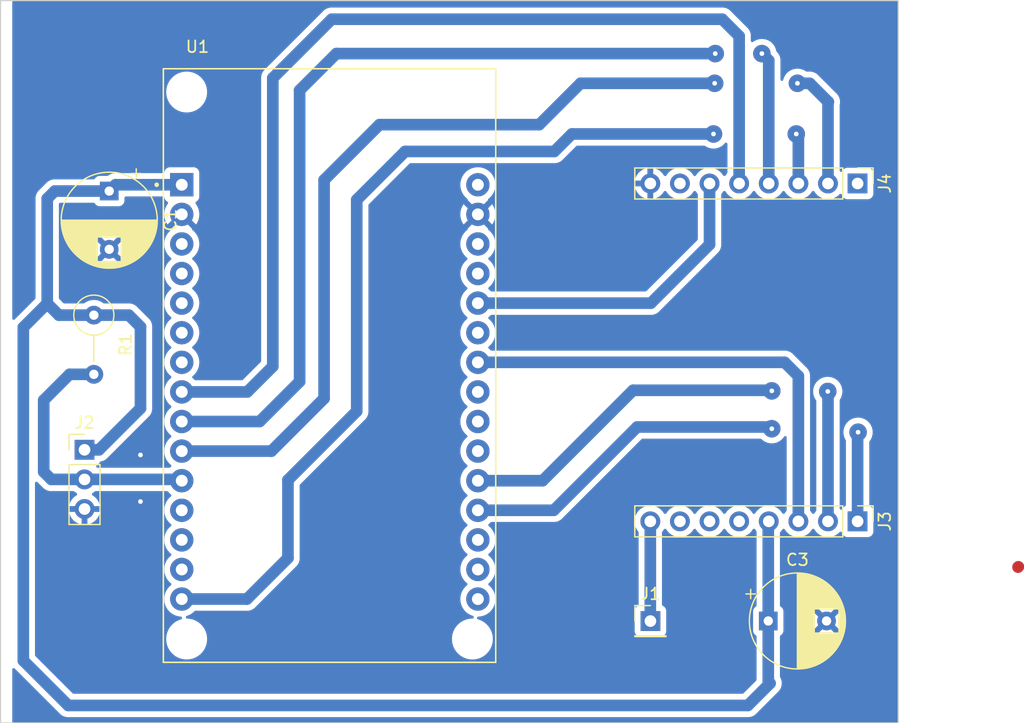
<source format=kicad_pcb>
(kicad_pcb (version 20221018) (generator pcbnew)
  (layers (0 "F.Cu" signal) (31 "B.Cu" signal) (34 "B.Paste" user) (35 "F.Paste" user) (36 "B.SilkS" user "B.Silkscreen") (37 "F.SilkS" user "F.Silkscreen") (38 "B.Mask" user) (39 "F.Mask" user) (44 "Edge.Cuts" user))
  (net 0 "")
  (net 1 "+3.3V")
  (net 2 "GND")
  (net 3 "Net-(J1-Pin_1)")
  (net 4 "Net-(J2-Pin_2)")
  (net 23 "Net-(J3-Pin_1)")
  (net 24 "Net-(J3-Pin_2)")
  (net 25 "Net-(J3-Pin_3)")
  (net 30 "Net-(J4-Pin_2)")
  (net 31 "Net-(J4-Pin_3)")
  (net 32 "Net-(J4-Pin_4)")
  (net 33 "Net-(J4-Pin_5)")
  (net 34 "Net-(J4-Pin_6)")
  (footprint "Capacitor_THT:CP_Radial_D8.0mm_P5.00mm" (layer "F.Cu") (at 85.32 57.35 -90)
    (fp_text reference "C1" (at 2.5 -5.25 -90) (layer "F.SilkS"))
    (fp_text value "C_Polarized")
    (fp_line (start -1.909698 -2.315) (end -1.109698 -2.315) (stroke (width 0.12)) (layer "F.SilkS"))
    (fp_line (start -1.509698 -2.715) (end -1.509698 -1.915) (stroke (width 0.12)) (layer "F.SilkS"))
    (fp_line (start 2.5 -4.08) (end 2.5 4.08) (stroke (width 0.12)) (layer "F.SilkS"))
    (fp_line (start 2.54 -4.08) (end 2.54 4.08) (stroke (width 0.12)) (layer "F.SilkS"))
    (fp_line (start 2.58 -4.08) (end 2.58 4.08) (stroke (width 0.12)) (layer "F.SilkS"))
    (fp_line (start 2.62 -4.079) (end 2.62 4.079) (stroke (width 0.12)) (layer "F.SilkS"))
    (fp_line (start 2.66 -4.077) (end 2.66 4.077) (stroke (width 0.12)) (layer "F.SilkS"))
    (fp_line (start 2.7 -4.076) (end 2.7 4.076) (stroke (width 0.12)) (layer "F.SilkS"))
    (fp_line (start 2.74 -4.074) (end 2.74 4.074) (stroke (width 0.12)) (layer "F.SilkS"))
    (fp_line (start 2.78 -4.071) (end 2.78 4.071) (stroke (width 0.12)) (layer "F.SilkS"))
    (fp_line (start 2.82 -4.068) (end 2.82 4.068) (stroke (width 0.12)) (layer "F.SilkS"))
    (fp_line (start 2.86 -4.065) (end 2.86 4.065) (stroke (width 0.12)) (layer "F.SilkS"))
    (fp_line (start 2.9 -4.061) (end 2.9 4.061) (stroke (width 0.12)) (layer "F.SilkS"))
    (fp_line (start 2.94 -4.057) (end 2.94 4.057) (stroke (width 0.12)) (layer "F.SilkS"))
    (fp_line (start 2.98 -4.052) (end 2.98 4.052) (stroke (width 0.12)) (layer "F.SilkS"))
    (fp_line (start 3.02 -4.048) (end 3.02 4.048) (stroke (width 0.12)) (layer "F.SilkS"))
    (fp_line (start 3.06 -4.042) (end 3.06 4.042) (stroke (width 0.12)) (layer "F.SilkS"))
    (fp_line (start 3.1 -4.037) (end 3.1 4.037) (stroke (width 0.12)) (layer "F.SilkS"))
    (fp_line (start 3.14 -4.03) (end 3.14 4.03) (stroke (width 0.12)) (layer "F.SilkS"))
    (fp_line (start 3.18 -4.024) (end 3.18 4.024) (stroke (width 0.12)) (layer "F.SilkS"))
    (fp_line (start 3.221 -4.017) (end 3.221 4.017) (stroke (width 0.12)) (layer "F.SilkS"))
    (fp_line (start 3.261 -4.01) (end 3.261 4.01) (stroke (width 0.12)) (layer "F.SilkS"))
    (fp_line (start 3.301 -4.002) (end 3.301 4.002) (stroke (width 0.12)) (layer "F.SilkS"))
    (fp_line (start 3.341 -3.994) (end 3.341 3.994) (stroke (width 0.12)) (layer "F.SilkS"))
    (fp_line (start 3.381 -3.985) (end 3.381 3.985) (stroke (width 0.12)) (layer "F.SilkS"))
    (fp_line (start 3.421 -3.976) (end 3.421 3.976) (stroke (width 0.12)) (layer "F.SilkS"))
    (fp_line (start 3.461 -3.967) (end 3.461 3.967) (stroke (width 0.12)) (layer "F.SilkS"))
    (fp_line (start 3.501 -3.957) (end 3.501 3.957) (stroke (width 0.12)) (layer "F.SilkS"))
    (fp_line (start 3.541 -3.947) (end 3.541 3.947) (stroke (width 0.12)) (layer "F.SilkS"))
    (fp_line (start 3.581 -3.936) (end 3.581 3.936) (stroke (width 0.12)) (layer "F.SilkS"))
    (fp_line (start 3.621 -3.925) (end 3.621 3.925) (stroke (width 0.12)) (layer "F.SilkS"))
    (fp_line (start 3.661 -3.914) (end 3.661 3.914) (stroke (width 0.12)) (layer "F.SilkS"))
    (fp_line (start 3.701 -3.902) (end 3.701 3.902) (stroke (width 0.12)) (layer "F.SilkS"))
    (fp_line (start 3.741 -3.889) (end 3.741 3.889) (stroke (width 0.12)) (layer "F.SilkS"))
    (fp_line (start 3.781 -3.877) (end 3.781 3.877) (stroke (width 0.12)) (layer "F.SilkS"))
    (fp_line (start 3.821 -3.863) (end 3.821 3.863) (stroke (width 0.12)) (layer "F.SilkS"))
    (fp_line (start 3.861 -3.85) (end 3.861 3.85) (stroke (width 0.12)) (layer "F.SilkS"))
    (fp_line (start 3.901 -3.835) (end 3.901 3.835) (stroke (width 0.12)) (layer "F.SilkS"))
    (fp_line (start 3.941 -3.821) (end 3.941 3.821) (stroke (width 0.12)) (layer "F.SilkS"))
    (fp_line (start 3.981 -3.805) (end 3.981 -1.04) (stroke (width 0.12)) (layer "F.SilkS"))
    (fp_line (start 3.981 1.04) (end 3.981 3.805) (stroke (width 0.12)) (layer "F.SilkS"))
    (fp_line (start 4.021 -3.79) (end 4.021 -1.04) (stroke (width 0.12)) (layer "F.SilkS"))
    (fp_line (start 4.021 1.04) (end 4.021 3.79) (stroke (width 0.12)) (layer "F.SilkS"))
    (fp_line (start 4.061 -3.774) (end 4.061 -1.04) (stroke (width 0.12)) (layer "F.SilkS"))
    (fp_line (start 4.061 1.04) (end 4.061 3.774) (stroke (width 0.12)) (layer "F.SilkS"))
    (fp_line (start 4.101 -3.757) (end 4.101 -1.04) (stroke (width 0.12)) (layer "F.SilkS"))
    (fp_line (start 4.101 1.04) (end 4.101 3.757) (stroke (width 0.12)) (layer "F.SilkS"))
    (fp_line (start 4.141 -3.74) (end 4.141 -1.04) (stroke (width 0.12)) (layer "F.SilkS"))
    (fp_line (start 4.141 1.04) (end 4.141 3.74) (stroke (width 0.12)) (layer "F.SilkS"))
    (fp_line (start 4.181 -3.722) (end 4.181 -1.04) (stroke (width 0.12)) (layer "F.SilkS"))
    (fp_line (start 4.181 1.04) (end 4.181 3.722) (stroke (width 0.12)) (layer "F.SilkS"))
    (fp_line (start 4.221 -3.704) (end 4.221 -1.04) (stroke (width 0.12)) (layer "F.SilkS"))
    (fp_line (start 4.221 1.04) (end 4.221 3.704) (stroke (width 0.12)) (layer "F.SilkS"))
    (fp_line (start 4.261 -3.686) (end 4.261 -1.04) (stroke (width 0.12)) (layer "F.SilkS"))
    (fp_line (start 4.261 1.04) (end 4.261 3.686) (stroke (width 0.12)) (layer "F.SilkS"))
    (fp_line (start 4.301 -3.666) (end 4.301 -1.04) (stroke (width 0.12)) (layer "F.SilkS"))
    (fp_line (start 4.301 1.04) (end 4.301 3.666) (stroke (width 0.12)) (layer "F.SilkS"))
    (fp_line (start 4.341 -3.647) (end 4.341 -1.04) (stroke (width 0.12)) (layer "F.SilkS"))
    (fp_line (start 4.341 1.04) (end 4.341 3.647) (stroke (width 0.12)) (layer "F.SilkS"))
    (fp_line (start 4.381 -3.627) (end 4.381 -1.04) (stroke (width 0.12)) (layer "F.SilkS"))
    (fp_line (start 4.381 1.04) (end 4.381 3.627) (stroke (width 0.12)) (layer "F.SilkS"))
    (fp_line (start 4.421 -3.606) (end 4.421 -1.04) (stroke (width 0.12)) (layer "F.SilkS"))
    (fp_line (start 4.421 1.04) (end 4.421 3.606) (stroke (width 0.12)) (layer "F.SilkS"))
    (fp_line (start 4.461 -3.584) (end 4.461 -1.04) (stroke (width 0.12)) (layer "F.SilkS"))
    (fp_line (start 4.461 1.04) (end 4.461 3.584) (stroke (width 0.12)) (layer "F.SilkS"))
    (fp_line (start 4.501 -3.562) (end 4.501 -1.04) (stroke (width 0.12)) (layer "F.SilkS"))
    (fp_line (start 4.501 1.04) (end 4.501 3.562) (stroke (width 0.12)) (layer "F.SilkS"))
    (fp_line (start 4.541 -3.54) (end 4.541 -1.04) (stroke (width 0.12)) (layer "F.SilkS"))
    (fp_line (start 4.541 1.04) (end 4.541 3.54) (stroke (width 0.12)) (layer "F.SilkS"))
    (fp_line (start 4.581 -3.517) (end 4.581 -1.04) (stroke (width 0.12)) (layer "F.SilkS"))
    (fp_line (start 4.581 1.04) (end 4.581 3.517) (stroke (width 0.12)) (layer "F.SilkS"))
    (fp_line (start 4.621 -3.493) (end 4.621 -1.04) (stroke (width 0.12)) (layer "F.SilkS"))
    (fp_line (start 4.621 1.04) (end 4.621 3.493) (stroke (width 0.12)) (layer "F.SilkS"))
    (fp_line (start 4.661 -3.469) (end 4.661 -1.04) (stroke (width 0.12)) (layer "F.SilkS"))
    (fp_line (start 4.661 1.04) (end 4.661 3.469) (stroke (width 0.12)) (layer "F.SilkS"))
    (fp_line (start 4.701 -3.444) (end 4.701 -1.04) (stroke (width 0.12)) (layer "F.SilkS"))
    (fp_line (start 4.701 1.04) (end 4.701 3.444) (stroke (width 0.12)) (layer "F.SilkS"))
    (fp_line (start 4.741 -3.418) (end 4.741 -1.04) (stroke (width 0.12)) (layer "F.SilkS"))
    (fp_line (start 4.741 1.04) (end 4.741 3.418) (stroke (width 0.12)) (layer "F.SilkS"))
    (fp_line (start 4.781 -3.392) (end 4.781 -1.04) (stroke (width 0.12)) (layer "F.SilkS"))
    (fp_line (start 4.781 1.04) (end 4.781 3.392) (stroke (width 0.12)) (layer "F.SilkS"))
    (fp_line (start 4.821 -3.365) (end 4.821 -1.04) (stroke (width 0.12)) (layer "F.SilkS"))
    (fp_line (start 4.821 1.04) (end 4.821 3.365) (stroke (width 0.12)) (layer "F.SilkS"))
    (fp_line (start 4.861 -3.338) (end 4.861 -1.04) (stroke (width 0.12)) (layer "F.SilkS"))
    (fp_line (start 4.861 1.04) (end 4.861 3.338) (stroke (width 0.12)) (layer "F.SilkS"))
    (fp_line (start 4.901 -3.309) (end 4.901 -1.04) (stroke (width 0.12)) (layer "F.SilkS"))
    (fp_line (start 4.901 1.04) (end 4.901 3.309) (stroke (width 0.12)) (layer "F.SilkS"))
    (fp_line (start 4.941 -3.28) (end 4.941 -1.04) (stroke (width 0.12)) (layer "F.SilkS"))
    (fp_line (start 4.941 1.04) (end 4.941 3.28) (stroke (width 0.12)) (layer "F.SilkS"))
    (fp_line (start 4.981 -3.25) (end 4.981 -1.04) (stroke (width 0.12)) (layer "F.SilkS"))
    (fp_line (start 4.981 1.04) (end 4.981 3.25) (stroke (width 0.12)) (layer "F.SilkS"))
    (fp_line (start 5.021 -3.22) (end 5.021 -1.04) (stroke (width 0.12)) (layer "F.SilkS"))
    (fp_line (start 5.021 1.04) (end 5.021 3.22) (stroke (width 0.12)) (layer "F.SilkS"))
    (fp_line (start 5.061 -3.189) (end 5.061 -1.04) (stroke (width 0.12)) (layer "F.SilkS"))
    (fp_line (start 5.061 1.04) (end 5.061 3.189) (stroke (width 0.12)) (layer "F.SilkS"))
    (fp_line (start 5.101 -3.156) (end 5.101 -1.04) (stroke (width 0.12)) (layer "F.SilkS"))
    (fp_line (start 5.101 1.04) (end 5.101 3.156) (stroke (width 0.12)) (layer "F.SilkS"))
    (fp_line (start 5.141 -3.124) (end 5.141 -1.04) (stroke (width 0.12)) (layer "F.SilkS"))
    (fp_line (start 5.141 1.04) (end 5.141 3.124) (stroke (width 0.12)) (layer "F.SilkS"))
    (fp_line (start 5.181 -3.09) (end 5.181 -1.04) (stroke (width 0.12)) (layer "F.SilkS"))
    (fp_line (start 5.181 1.04) (end 5.181 3.09) (stroke (width 0.12)) (layer "F.SilkS"))
    (fp_line (start 5.221 -3.055) (end 5.221 -1.04) (stroke (width 0.12)) (layer "F.SilkS"))
    (fp_line (start 5.221 1.04) (end 5.221 3.055) (stroke (width 0.12)) (layer "F.SilkS"))
    (fp_line (start 5.261 -3.019) (end 5.261 -1.04) (stroke (width 0.12)) (layer "F.SilkS"))
    (fp_line (start 5.261 1.04) (end 5.261 3.019) (stroke (width 0.12)) (layer "F.SilkS"))
    (fp_line (start 5.301 -2.983) (end 5.301 -1.04) (stroke (width 0.12)) (layer "F.SilkS"))
    (fp_line (start 5.301 1.04) (end 5.301 2.983) (stroke (width 0.12)) (layer "F.SilkS"))
    (fp_line (start 5.341 -2.945) (end 5.341 -1.04) (stroke (width 0.12)) (layer "F.SilkS"))
    (fp_line (start 5.341 1.04) (end 5.341 2.945) (stroke (width 0.12)) (layer "F.SilkS"))
    (fp_line (start 5.381 -2.907) (end 5.381 -1.04) (stroke (width 0.12)) (layer "F.SilkS"))
    (fp_line (start 5.381 1.04) (end 5.381 2.907) (stroke (width 0.12)) (layer "F.SilkS"))
    (fp_line (start 5.421 -2.867) (end 5.421 -1.04) (stroke (width 0.12)) (layer "F.SilkS"))
    (fp_line (start 5.421 1.04) (end 5.421 2.867) (stroke (width 0.12)) (layer "F.SilkS"))
    (fp_line (start 5.461 -2.826) (end 5.461 -1.04) (stroke (width 0.12)) (layer "F.SilkS"))
    (fp_line (start 5.461 1.04) (end 5.461 2.826) (stroke (width 0.12)) (layer "F.SilkS"))
    (fp_line (start 5.501 -2.784) (end 5.501 -1.04) (stroke (width 0.12)) (layer "F.SilkS"))
    (fp_line (start 5.501 1.04) (end 5.501 2.784) (stroke (width 0.12)) (layer "F.SilkS"))
    (fp_line (start 5.541 -2.741) (end 5.541 -1.04) (stroke (width 0.12)) (layer "F.SilkS"))
    (fp_line (start 5.541 1.04) (end 5.541 2.741) (stroke (width 0.12)) (layer "F.SilkS"))
    (fp_line (start 5.581 -2.697) (end 5.581 -1.04) (stroke (width 0.12)) (layer "F.SilkS"))
    (fp_line (start 5.581 1.04) (end 5.581 2.697) (stroke (width 0.12)) (layer "F.SilkS"))
    (fp_line (start 5.621 -2.651) (end 5.621 -1.04) (stroke (width 0.12)) (layer "F.SilkS"))
    (fp_line (start 5.621 1.04) (end 5.621 2.651) (stroke (width 0.12)) (layer "F.SilkS"))
    (fp_line (start 5.661 -2.604) (end 5.661 -1.04) (stroke (width 0.12)) (layer "F.SilkS"))
    (fp_line (start 5.661 1.04) (end 5.661 2.604) (stroke (width 0.12)) (layer "F.SilkS"))
    (fp_line (start 5.701 -2.556) (end 5.701 -1.04) (stroke (width 0.12)) (layer "F.SilkS"))
    (fp_line (start 5.701 1.04) (end 5.701 2.556) (stroke (width 0.12)) (layer "F.SilkS"))
    (fp_line (start 5.741 -2.505) (end 5.741 -1.04) (stroke (width 0.12)) (layer "F.SilkS"))
    (fp_line (start 5.741 1.04) (end 5.741 2.505) (stroke (width 0.12)) (layer "F.SilkS"))
    (fp_line (start 5.781 -2.454) (end 5.781 -1.04) (stroke (width 0.12)) (layer "F.SilkS"))
    (fp_line (start 5.781 1.04) (end 5.781 2.454) (stroke (width 0.12)) (layer "F.SilkS"))
    (fp_line (start 5.821 -2.4) (end 5.821 -1.04) (stroke (width 0.12)) (layer "F.SilkS"))
    (fp_line (start 5.821 1.04) (end 5.821 2.4) (stroke (width 0.12)) (layer "F.SilkS"))
    (fp_line (start 5.861 -2.345) (end 5.861 -1.04) (stroke (width 0.12)) (layer "F.SilkS"))
    (fp_line (start 5.861 1.04) (end 5.861 2.345) (stroke (width 0.12)) (layer "F.SilkS"))
    (fp_line (start 5.901 -2.287) (end 5.901 -1.04) (stroke (width 0.12)) (layer "F.SilkS"))
    (fp_line (start 5.901 1.04) (end 5.901 2.287) (stroke (width 0.12)) (layer "F.SilkS"))
    (fp_line (start 5.941 -2.228) (end 5.941 -1.04) (stroke (width 0.12)) (layer "F.SilkS"))
    (fp_line (start 5.941 1.04) (end 5.941 2.228) (stroke (width 0.12)) (layer "F.SilkS"))
    (fp_line (start 5.981 -2.166) (end 5.981 -1.04) (stroke (width 0.12)) (layer "F.SilkS"))
    (fp_line (start 5.981 1.04) (end 5.981 2.166) (stroke (width 0.12)) (layer "F.SilkS"))
    (fp_line (start 6.021 -2.102) (end 6.021 -1.04) (stroke (width 0.12)) (layer "F.SilkS"))
    (fp_line (start 6.021 1.04) (end 6.021 2.102) (stroke (width 0.12)) (layer "F.SilkS"))
    (fp_line (start 6.061 -2.034) (end 6.061 2.034) (stroke (width 0.12)) (layer "F.SilkS"))
    (fp_line (start 6.101 -1.964) (end 6.101 1.964) (stroke (width 0.12)) (layer "F.SilkS"))
    (fp_line (start 6.141 -1.89) (end 6.141 1.89) (stroke (width 0.12)) (layer "F.SilkS"))
    (fp_line (start 6.181 -1.813) (end 6.181 1.813) (stroke (width 0.12)) (layer "F.SilkS"))
    (fp_line (start 6.221 -1.731) (end 6.221 1.731) (stroke (width 0.12)) (layer "F.SilkS"))
    (fp_line (start 6.261 -1.645) (end 6.261 1.645) (stroke (width 0.12)) (layer "F.SilkS"))
    (fp_line (start 6.301 -1.552) (end 6.301 1.552) (stroke (width 0.12)) (layer "F.SilkS"))
    (fp_line (start 6.341 -1.453) (end 6.341 1.453) (stroke (width 0.12)) (layer "F.SilkS"))
    (fp_line (start 6.381 -1.346) (end 6.381 1.346) (stroke (width 0.12)) (layer "F.SilkS"))
    (fp_line (start 6.421 -1.229) (end 6.421 1.229) (stroke (width 0.12)) (layer "F.SilkS"))
    (fp_line (start 6.461 -1.098) (end 6.461 1.098) (stroke (width 0.12)) (layer "F.SilkS"))
    (fp_line (start 6.501 -0.948) (end 6.501 0.948) (stroke (width 0.12)) (layer "F.SilkS"))
    (fp_line (start 6.541 -0.768) (end 6.541 0.768) (stroke (width 0.12)) (layer "F.SilkS"))
    (fp_line (start 6.581 -0.533) (end 6.581 0.533) (stroke (width 0.12)) (layer "F.SilkS"))
    (fp_circle (center 2.5 0) (end 6.62 0) (stroke (width 0.12)) (fill none) (layer "F.SilkS"))
    (pad "1" thru_hole rect (at 0 0 270) (size 1.6 1.6) (drill 0.8) (layers "*.Cu" "*.Mask") (net 1 "+3.3V"))
    (pad "2" thru_hole circle (at 5 0 270) (size 1.6 1.6) (drill 0.8) (layers "*.Cu" "*.Mask") (net 2 "GND"))
  )
  (footprint "Connector_PinHeader_2.54mm:PinHeader_1x03_P2.54mm_Vertical" (layer "F.Cu") (at 83.2 79.56)
    (fp_text reference "J2" (at 0 -2.33) (layer "F.SilkS"))
    (fp_text value "Conn_01x03_Pin")
    (fp_line (start -1.33 -1.33) (end 0 -1.33) (stroke (width 0.12)) (layer "F.SilkS"))
    (fp_line (start -1.33 0) (end -1.33 -1.33) (stroke (width 0.12)) (layer "F.SilkS"))
    (fp_line (start -1.33 1.27) (end -1.33 6.41) (stroke (width 0.12)) (layer "F.SilkS"))
    (fp_line (start -1.33 1.27) (end 1.33 1.27) (stroke (width 0.12)) (layer "F.SilkS"))
    (fp_line (start -1.33 6.41) (end 1.33 6.41) (stroke (width 0.12)) (layer "F.SilkS"))
    (fp_line (start 1.33 1.27) (end 1.33 6.41) (stroke (width 0.12)) (layer "F.SilkS"))
    (pad "1" thru_hole rect (at 0 0) (size 1.7 1.7) (drill 1) (layers "*.Cu" "*.Mask") (net 1 "+3.3V"))
    (pad "2" thru_hole oval (at 0 2.54) (size 1.7 1.7) (drill 1) (layers "*.Cu" "*.Mask") (net 4 "Net-(J2-Pin_2)"))
    (pad "3" thru_hole oval (at 0 5.08) (size 1.7 1.7) (drill 1) (layers "*.Cu" "*.Mask") (net 2 "GND"))
  )
  (footprint "ESP32-DEVKIT-V1:MODULE_ESP32_DEVKIT_V1" (layer "F.Cu") (at 104.24 72.325)
    (fp_text reference "U1" (at -11.355 -27.36) (layer "F.SilkS"))
    (fp_text value "ESP32-DEVKIT-V1")
    (fp_line (start -14.28 -25.475) (end -3.211 -25.475) (stroke (width 0.127)) (layer "F.SilkS"))
    (fp_line (start -14.28 -25.475) (end 14.23 -25.475) (stroke (width 0.127)) (layer "F.SilkS"))
    (fp_line (start -14.28 25.475) (end -14.28 -25.475) (stroke (width 0.127)) (layer "F.SilkS"))
    (fp_line (start -14.28 25.475) (end -14.28 -25.475) (stroke (width 0.127)) (layer "F.SilkS"))
    (fp_line (start -14.28 25.475) (end -8.91 25.475) (stroke (width 0.127)) (layer "F.SilkS"))
    (fp_line (start -8.91 25.475) (end 8.78 25.475) (stroke (width 0.127)) (layer "F.SilkS"))
    (fp_line (start -3.211 -25.475) (end 3.5 -25.475) (stroke (width 0.127)) (layer "F.SilkS"))
    (fp_line (start 3.5 -25.475) (end 14.23 -25.475) (stroke (width 0.127)) (layer "F.SilkS"))
    (fp_line (start 8.78 25.475) (end 14.23 25.475) (stroke (width 0.127)) (layer "F.SilkS"))
    (fp_line (start 14.23 -25.475) (end 14.23 25.475) (stroke (width 0.127)) (layer "F.SilkS"))
    (fp_line (start 14.23 -25.475) (end 14.23 25.475) (stroke (width 0.127)) (layer "F.SilkS"))
    (fp_line (start 14.23 25.475) (end -14.28 25.475) (stroke (width 0.127)) (layer "F.SilkS"))
    (fp_circle (center -14.85 -15.515) (end -14.75 -15.515) (stroke (width 0.2)) (fill none) (layer "F.SilkS"))
    (pad "" np_thru_hole circle (at -12.28 -23.475) (size 3 3) (drill 3) (layers "*.Cu" "*.Mask"))
    (pad "" np_thru_hole circle (at -12.28 23.475) (size 3 3) (drill 3) (layers "*.Cu" "*.Mask"))
    (pad "" np_thru_hole circle (at 12.23 -23.475) (size 3 3) (drill 3) (layers "*.Cu" "*.Mask"))
    (pad "" np_thru_hole circle (at 12.23 23.475) (size 3 3) (drill 3) (layers "*.Cu" "*.Mask"))
    (pad "1" thru_hole rect (at -12.7 -15.515) (size 2 2) (drill 1.02) (layers "*.Cu" "*.Mask") (net 1 "+3.3V"))
    (pad "2" thru_hole circle (at -12.7 -12.975) (size 2 2) (drill 1.02) (layers "*.Cu" "*.Mask") (net 2 "GND"))
    (pad "3" thru_hole circle (at -12.7 -10.435) (size 2 2) (drill 1.02) (layers "*.Cu" "*.Mask"))
    (pad "4" thru_hole circle (at -12.7 -7.895) (size 2 2) (drill 1.02) (layers "*.Cu" "*.Mask"))
    (pad "5" thru_hole circle (at -12.7 -5.355) (size 2 2) (drill 1.02) (layers "*.Cu" "*.Mask"))
    (pad "6" thru_hole circle (at -12.7 -2.815) (size 2 2) (drill 1.02) (layers "*.Cu" "*.Mask"))
    (pad "7" thru_hole circle (at -12.7 -0.275) (size 2 2) (drill 1.02) (layers "*.Cu" "*.Mask"))
    (pad "8" thru_hole circle (at -12.7 2.265) (size 2 2) (drill 1.02) (layers "*.Cu" "*.Mask") (net 33 "Net-(J4-Pin_5)"))
    (pad "9" thru_hole circle (at -12.7 4.805) (size 2 2) (drill 1.02) (layers "*.Cu" "*.Mask") (net 32 "Net-(J4-Pin_4)"))
    (pad "10" thru_hole circle (at -12.7 7.345) (size 2 2) (drill 1.02) (layers "*.Cu" "*.Mask") (net 30 "Net-(J4-Pin_2)"))
    (pad "11" thru_hole circle (at -12.7 9.885) (size 2 2) (drill 1.02) (layers "*.Cu" "*.Mask") (net 4 "Net-(J2-Pin_2)"))
    (pad "12" thru_hole circle (at -12.7 12.425) (size 2 2) (drill 1.02) (layers "*.Cu" "*.Mask"))
    (pad "13" thru_hole circle (at -12.7 14.965) (size 2 2) (drill 1.02) (layers "*.Cu" "*.Mask"))
    (pad "14" thru_hole circle (at -12.7 17.505) (size 2 2) (drill 1.02) (layers "*.Cu" "*.Mask"))
    (pad "15" thru_hole circle (at -12.7 20.045) (size 2 2) (drill 1.02) (layers "*.Cu" "*.Mask") (net 31 "Net-(J4-Pin_3)"))
    (pad "16" thru_hole circle (at 12.7 20.045) (size 2 2) (drill 1.02) (layers "*.Cu" "*.Mask"))
    (pad "17" thru_hole circle (at 12.7 17.505) (size 2 2) (drill 1.02) (layers "*.Cu" "*.Mask"))
    (pad "18" thru_hole circle (at 12.7 14.965) (size 2 2) (drill 1.02) (layers "*.Cu" "*.Mask"))
    (pad "19" thru_hole circle (at 12.7 12.425) (size 2 2) (drill 1.02) (layers "*.Cu" "*.Mask") (net 23 "Net-(J3-Pin_1)"))
    (pad "20" thru_hole circle (at 12.7 9.885) (size 2 2) (drill 1.02) (layers "*.Cu" "*.Mask") (net 24 "Net-(J3-Pin_2)"))
    (pad "21" thru_hole circle (at 12.7 7.345) (size 2 2) (drill 1.02) (layers "*.Cu" "*.Mask"))
    (pad "22" thru_hole circle (at 12.7 4.805) (size 2 2) (drill 1.02) (layers "*.Cu" "*.Mask"))
    (pad "23" thru_hole circle (at 12.7 2.265) (size 2 2) (drill 1.02) (layers "*.Cu" "*.Mask"))
    (pad "24" thru_hole circle (at 12.7 -0.275) (size 2 2) (drill 1.02) (layers "*.Cu" "*.Mask") (net 25 "Net-(J3-Pin_3)"))
    (pad "25" thru_hole circle (at 12.7 -2.815) (size 2 2) (drill 1.02) (layers "*.Cu" "*.Mask"))
    (pad "26" thru_hole circle (at 12.7 -5.355) (size 2 2) (drill 1.02) (layers "*.Cu" "*.Mask") (net 34 "Net-(J4-Pin_6)"))
    (pad "27" thru_hole circle (at 12.7 -7.895) (size 2 2) (drill 1.02) (layers "*.Cu" "*.Mask"))
    (pad "28" thru_hole circle (at 12.7 -10.435) (size 2 2) (drill 1.02) (layers "*.Cu" "*.Mask"))
    (pad "29" thru_hole circle (at 12.7 -12.975) (size 2 2) (drill 1.02) (layers "*.Cu" "*.Mask") (net 2 "GND"))
    (pad "30" thru_hole circle (at 12.7 -15.515) (size 2 2) (drill 1.02) (layers "*.Cu" "*.Mask"))
  )
  (footprint "Connector_PinHeader_2.54mm:PinHeader_1x08_P2.54mm_Vertical" (layer "F.Cu") (at 149.51 85.7 -90)
    (fp_text reference "J3" (at 0 -2.33 90) (layer "F.SilkS"))
    (fp_text value "Conn_01x08_Pin")
    (fp_line (start -1.33 -1.33) (end 0 -1.33) (stroke (width 0.12)) (layer "F.SilkS"))
    (fp_line (start -1.33 0) (end -1.33 -1.33) (stroke (width 0.12)) (layer "F.SilkS"))
    (fp_line (start -1.33 1.27) (end -1.33 19.11) (stroke (width 0.12)) (layer "F.SilkS"))
    (fp_line (start -1.33 1.27) (end 1.33 1.27) (stroke (width 0.12)) (layer "F.SilkS"))
    (fp_line (start -1.33 19.11) (end 1.33 19.11) (stroke (width 0.12)) (layer "F.SilkS"))
    (fp_line (start 1.33 1.27) (end 1.33 19.11) (stroke (width 0.12)) (layer "F.SilkS"))
    (pad "1" thru_hole rect (at 0 0 270) (size 1.7 1.7) (drill 1) (layers "*.Cu" "*.Mask") (net 23 "Net-(J3-Pin_1)"))
    (pad "2" thru_hole oval (at 0 2.54 270) (size 1.7 1.7) (drill 1) (layers "*.Cu" "*.Mask") (net 24 "Net-(J3-Pin_2)"))
    (pad "3" thru_hole oval (at 0 5.08 270) (size 1.7 1.7) (drill 1) (layers "*.Cu" "*.Mask") (net 25 "Net-(J3-Pin_3)"))
    (pad "4" thru_hole oval (at 0 7.62 270) (size 1.7 1.7) (drill 1) (layers "*.Cu" "*.Mask") (net 1 "+3.3V"))
    (pad "5" thru_hole oval (at 0 10.16 270) (size 1.7 1.7) (drill 1) (layers "*.Cu" "*.Mask"))
    (pad "6" thru_hole oval (at 0 12.7 270) (size 1.7 1.7) (drill 1) (layers "*.Cu" "*.Mask"))
    (pad "7" thru_hole oval (at 0 15.24 270) (size 1.7 1.7) (drill 1) (layers "*.Cu" "*.Mask"))
    (pad "8" thru_hole oval (at 0 17.78 270) (size 1.7 1.7) (drill 1) (layers "*.Cu" "*.Mask") (net 3 "Net-(J1-Pin_1)"))
  )
  (footprint "Capacitor_THT:CP_Radial_D8.0mm_P5.00mm" (layer "F.Cu") (at 141.847349 94.25)
    (fp_text reference "C3" (at 2.5 -5.25) (layer "F.SilkS"))
    (fp_text value "C_Polarized")
    (fp_line (start -1.909698 -2.315) (end -1.109698 -2.315) (stroke (width 0.12)) (layer "F.SilkS"))
    (fp_line (start -1.509698 -2.715) (end -1.509698 -1.915) (stroke (width 0.12)) (layer "F.SilkS"))
    (fp_line (start 2.5 -4.08) (end 2.5 4.08) (stroke (width 0.12)) (layer "F.SilkS"))
    (fp_line (start 2.54 -4.08) (end 2.54 4.08) (stroke (width 0.12)) (layer "F.SilkS"))
    (fp_line (start 2.58 -4.08) (end 2.58 4.08) (stroke (width 0.12)) (layer "F.SilkS"))
    (fp_line (start 2.62 -4.079) (end 2.62 4.079) (stroke (width 0.12)) (layer "F.SilkS"))
    (fp_line (start 2.66 -4.077) (end 2.66 4.077) (stroke (width 0.12)) (layer "F.SilkS"))
    (fp_line (start 2.7 -4.076) (end 2.7 4.076) (stroke (width 0.12)) (layer "F.SilkS"))
    (fp_line (start 2.74 -4.074) (end 2.74 4.074) (stroke (width 0.12)) (layer "F.SilkS"))
    (fp_line (start 2.78 -4.071) (end 2.78 4.071) (stroke (width 0.12)) (layer "F.SilkS"))
    (fp_line (start 2.82 -4.068) (end 2.82 4.068) (stroke (width 0.12)) (layer "F.SilkS"))
    (fp_line (start 2.86 -4.065) (end 2.86 4.065) (stroke (width 0.12)) (layer "F.SilkS"))
    (fp_line (start 2.9 -4.061) (end 2.9 4.061) (stroke (width 0.12)) (layer "F.SilkS"))
    (fp_line (start 2.94 -4.057) (end 2.94 4.057) (stroke (width 0.12)) (layer "F.SilkS"))
    (fp_line (start 2.98 -4.052) (end 2.98 4.052) (stroke (width 0.12)) (layer "F.SilkS"))
    (fp_line (start 3.02 -4.048) (end 3.02 4.048) (stroke (width 0.12)) (layer "F.SilkS"))
    (fp_line (start 3.06 -4.042) (end 3.06 4.042) (stroke (width 0.12)) (layer "F.SilkS"))
    (fp_line (start 3.1 -4.037) (end 3.1 4.037) (stroke (width 0.12)) (layer "F.SilkS"))
    (fp_line (start 3.14 -4.03) (end 3.14 4.03) (stroke (width 0.12)) (layer "F.SilkS"))
    (fp_line (start 3.18 -4.024) (end 3.18 4.024) (stroke (width 0.12)) (layer "F.SilkS"))
    (fp_line (start 3.221 -4.017) (end 3.221 4.017) (stroke (width 0.12)) (layer "F.SilkS"))
    (fp_line (start 3.261 -4.01) (end 3.261 4.01) (stroke (width 0.12)) (layer "F.SilkS"))
    (fp_line (start 3.301 -4.002) (end 3.301 4.002) (stroke (width 0.12)) (layer "F.SilkS"))
    (fp_line (start 3.341 -3.994) (end 3.341 3.994) (stroke (width 0.12)) (layer "F.SilkS"))
    (fp_line (start 3.381 -3.985) (end 3.381 3.985) (stroke (width 0.12)) (layer "F.SilkS"))
    (fp_line (start 3.421 -3.976) (end 3.421 3.976) (stroke (width 0.12)) (layer "F.SilkS"))
    (fp_line (start 3.461 -3.967) (end 3.461 3.967) (stroke (width 0.12)) (layer "F.SilkS"))
    (fp_line (start 3.501 -3.957) (end 3.501 3.957) (stroke (width 0.12)) (layer "F.SilkS"))
    (fp_line (start 3.541 -3.947) (end 3.541 3.947) (stroke (width 0.12)) (layer "F.SilkS"))
    (fp_line (start 3.581 -3.936) (end 3.581 3.936) (stroke (width 0.12)) (layer "F.SilkS"))
    (fp_line (start 3.621 -3.925) (end 3.621 3.925) (stroke (width 0.12)) (layer "F.SilkS"))
    (fp_line (start 3.661 -3.914) (end 3.661 3.914) (stroke (width 0.12)) (layer "F.SilkS"))
    (fp_line (start 3.701 -3.902) (end 3.701 3.902) (stroke (width 0.12)) (layer "F.SilkS"))
    (fp_line (start 3.741 -3.889) (end 3.741 3.889) (stroke (width 0.12)) (layer "F.SilkS"))
    (fp_line (start 3.781 -3.877) (end 3.781 3.877) (stroke (width 0.12)) (layer "F.SilkS"))
    (fp_line (start 3.821 -3.863) (end 3.821 3.863) (stroke (width 0.12)) (layer "F.SilkS"))
    (fp_line (start 3.861 -3.85) (end 3.861 3.85) (stroke (width 0.12)) (layer "F.SilkS"))
    (fp_line (start 3.901 -3.835) (end 3.901 3.835) (stroke (width 0.12)) (layer "F.SilkS"))
    (fp_line (start 3.941 -3.821) (end 3.941 3.821) (stroke (width 0.12)) (layer "F.SilkS"))
    (fp_line (start 3.981 -3.805) (end 3.981 -1.04) (stroke (width 0.12)) (layer "F.SilkS"))
    (fp_line (start 3.981 1.04) (end 3.981 3.805) (stroke (width 0.12)) (layer "F.SilkS"))
    (fp_line (start 4.021 -3.79) (end 4.021 -1.04) (stroke (width 0.12)) (layer "F.SilkS"))
    (fp_line (start 4.021 1.04) (end 4.021 3.79) (stroke (width 0.12)) (layer "F.SilkS"))
    (fp_line (start 4.061 -3.774) (end 4.061 -1.04) (stroke (width 0.12)) (layer "F.SilkS"))
    (fp_line (start 4.061 1.04) (end 4.061 3.774) (stroke (width 0.12)) (layer "F.SilkS"))
    (fp_line (start 4.101 -3.757) (end 4.101 -1.04) (stroke (width 0.12)) (layer "F.SilkS"))
    (fp_line (start 4.101 1.04) (end 4.101 3.757) (stroke (width 0.12)) (layer "F.SilkS"))
    (fp_line (start 4.141 -3.74) (end 4.141 -1.04) (stroke (width 0.12)) (layer "F.SilkS"))
    (fp_line (start 4.141 1.04) (end 4.141 3.74) (stroke (width 0.12)) (layer "F.SilkS"))
    (fp_line (start 4.181 -3.722) (end 4.181 -1.04) (stroke (width 0.12)) (layer "F.SilkS"))
    (fp_line (start 4.181 1.04) (end 4.181 3.722) (stroke (width 0.12)) (layer "F.SilkS"))
    (fp_line (start 4.221 -3.704) (end 4.221 -1.04) (stroke (width 0.12)) (layer "F.SilkS"))
    (fp_line (start 4.221 1.04) (end 4.221 3.704) (stroke (width 0.12)) (layer "F.SilkS"))
    (fp_line (start 4.261 -3.686) (end 4.261 -1.04) (stroke (width 0.12)) (layer "F.SilkS"))
    (fp_line (start 4.261 1.04) (end 4.261 3.686) (stroke (width 0.12)) (layer "F.SilkS"))
    (fp_line (start 4.301 -3.666) (end 4.301 -1.04) (stroke (width 0.12)) (layer "F.SilkS"))
    (fp_line (start 4.301 1.04) (end 4.301 3.666) (stroke (width 0.12)) (layer "F.SilkS"))
    (fp_line (start 4.341 -3.647) (end 4.341 -1.04) (stroke (width 0.12)) (layer "F.SilkS"))
    (fp_line (start 4.341 1.04) (end 4.341 3.647) (stroke (width 0.12)) (layer "F.SilkS"))
    (fp_line (start 4.381 -3.627) (end 4.381 -1.04) (stroke (width 0.12)) (layer "F.SilkS"))
    (fp_line (start 4.381 1.04) (end 4.381 3.627) (stroke (width 0.12)) (layer "F.SilkS"))
    (fp_line (start 4.421 -3.606) (end 4.421 -1.04) (stroke (width 0.12)) (layer "F.SilkS"))
    (fp_line (start 4.421 1.04) (end 4.421 3.606) (stroke (width 0.12)) (layer "F.SilkS"))
    (fp_line (start 4.461 -3.584) (end 4.461 -1.04) (stroke (width 0.12)) (layer "F.SilkS"))
    (fp_line (start 4.461 1.04) (end 4.461 3.584) (stroke (width 0.12)) (layer "F.SilkS"))
    (fp_line (start 4.501 -3.562) (end 4.501 -1.04) (stroke (width 0.12)) (layer "F.SilkS"))
    (fp_line (start 4.501 1.04) (end 4.501 3.562) (stroke (width 0.12)) (layer "F.SilkS"))
    (fp_line (start 4.541 -3.54) (end 4.541 -1.04) (stroke (width 0.12)) (layer "F.SilkS"))
    (fp_line (start 4.541 1.04) (end 4.541 3.54) (stroke (width 0.12)) (layer "F.SilkS"))
    (fp_line (start 4.581 -3.517) (end 4.581 -1.04) (stroke (width 0.12)) (layer "F.SilkS"))
    (fp_line (start 4.581 1.04) (end 4.581 3.517) (stroke (width 0.12)) (layer "F.SilkS"))
    (fp_line (start 4.621 -3.493) (end 4.621 -1.04) (stroke (width 0.12)) (layer "F.SilkS"))
    (fp_line (start 4.621 1.04) (end 4.621 3.493) (stroke (width 0.12)) (layer "F.SilkS"))
    (fp_line (start 4.661 -3.469) (end 4.661 -1.04) (stroke (width 0.12)) (layer "F.SilkS"))
    (fp_line (start 4.661 1.04) (end 4.661 3.469) (stroke (width 0.12)) (layer "F.SilkS"))
    (fp_line (start 4.701 -3.444) (end 4.701 -1.04) (stroke (width 0.12)) (layer "F.SilkS"))
    (fp_line (start 4.701 1.04) (end 4.701 3.444) (stroke (width 0.12)) (layer "F.SilkS"))
    (fp_line (start 4.741 -3.418) (end 4.741 -1.04) (stroke (width 0.12)) (layer "F.SilkS"))
    (fp_line (start 4.741 1.04) (end 4.741 3.418) (stroke (width 0.12)) (layer "F.SilkS"))
    (fp_line (start 4.781 -3.392) (end 4.781 -1.04) (stroke (width 0.12)) (layer "F.SilkS"))
    (fp_line (start 4.781 1.04) (end 4.781 3.392) (stroke (width 0.12)) (layer "F.SilkS"))
    (fp_line (start 4.821 -3.365) (end 4.821 -1.04) (stroke (width 0.12)) (layer "F.SilkS"))
    (fp_line (start 4.821 1.04) (end 4.821 3.365) (stroke (width 0.12)) (layer "F.SilkS"))
    (fp_line (start 4.861 -3.338) (end 4.861 -1.04) (stroke (width 0.12)) (layer "F.SilkS"))
    (fp_line (start 4.861 1.04) (end 4.861 3.338) (stroke (width 0.12)) (layer "F.SilkS"))
    (fp_line (start 4.901 -3.309) (end 4.901 -1.04) (stroke (width 0.12)) (layer "F.SilkS"))
    (fp_line (start 4.901 1.04) (end 4.901 3.309) (stroke (width 0.12)) (layer "F.SilkS"))
    (fp_line (start 4.941 -3.28) (end 4.941 -1.04) (stroke (width 0.12)) (layer "F.SilkS"))
    (fp_line (start 4.941 1.04) (end 4.941 3.28) (stroke (width 0.12)) (layer "F.SilkS"))
    (fp_line (start 4.981 -3.25) (end 4.981 -1.04) (stroke (width 0.12)) (layer "F.SilkS"))
    (fp_line (start 4.981 1.04) (end 4.981 3.25) (stroke (width 0.12)) (layer "F.SilkS"))
    (fp_line (start 5.021 -3.22) (end 5.021 -1.04) (stroke (width 0.12)) (layer "F.SilkS"))
    (fp_line (start 5.021 1.04) (end 5.021 3.22) (stroke (width 0.12)) (layer "F.SilkS"))
    (fp_line (start 5.061 -3.189) (end 5.061 -1.04) (stroke (width 0.12)) (layer "F.SilkS"))
    (fp_line (start 5.061 1.04) (end 5.061 3.189) (stroke (width 0.12)) (layer "F.SilkS"))
    (fp_line (start 5.101 -3.156) (end 5.101 -1.04) (stroke (width 0.12)) (layer "F.SilkS"))
    (fp_line (start 5.101 1.04) (end 5.101 3.156) (stroke (width 0.12)) (layer "F.SilkS"))
    (fp_line (start 5.141 -3.124) (end 5.141 -1.04) (stroke (width 0.12)) (layer "F.SilkS"))
    (fp_line (start 5.141 1.04) (end 5.141 3.124) (stroke (width 0.12)) (layer "F.SilkS"))
    (fp_line (start 5.181 -3.09) (end 5.181 -1.04) (stroke (width 0.12)) (layer "F.SilkS"))
    (fp_line (start 5.181 1.04) (end 5.181 3.09) (stroke (width 0.12)) (layer "F.SilkS"))
    (fp_line (start 5.221 -3.055) (end 5.221 -1.04) (stroke (width 0.12)) (layer "F.SilkS"))
    (fp_line (start 5.221 1.04) (end 5.221 3.055) (stroke (width 0.12)) (layer "F.SilkS"))
    (fp_line (start 5.261 -3.019) (end 5.261 -1.04) (stroke (width 0.12)) (layer "F.SilkS"))
    (fp_line (start 5.261 1.04) (end 5.261 3.019) (stroke (width 0.12)) (layer "F.SilkS"))
    (fp_line (start 5.301 -2.983) (end 5.301 -1.04) (stroke (width 0.12)) (layer "F.SilkS"))
    (fp_line (start 5.301 1.04) (end 5.301 2.983) (stroke (width 0.12)) (layer "F.SilkS"))
    (fp_line (start 5.341 -2.945) (end 5.341 -1.04) (stroke (width 0.12)) (layer "F.SilkS"))
    (fp_line (start 5.341 1.04) (end 5.341 2.945) (stroke (width 0.12)) (layer "F.SilkS"))
    (fp_line (start 5.381 -2.907) (end 5.381 -1.04) (stroke (width 0.12)) (layer "F.SilkS"))
    (fp_line (start 5.381 1.04) (end 5.381 2.907) (stroke (width 0.12)) (layer "F.SilkS"))
    (fp_line (start 5.421 -2.867) (end 5.421 -1.04) (stroke (width 0.12)) (layer "F.SilkS"))
    (fp_line (start 5.421 1.04) (end 5.421 2.867) (stroke (width 0.12)) (layer "F.SilkS"))
    (fp_line (start 5.461 -2.826) (end 5.461 -1.04) (stroke (width 0.12)) (layer "F.SilkS"))
    (fp_line (start 5.461 1.04) (end 5.461 2.826) (stroke (width 0.12)) (layer "F.SilkS"))
    (fp_line (start 5.501 -2.784) (end 5.501 -1.04) (stroke (width 0.12)) (layer "F.SilkS"))
    (fp_line (start 5.501 1.04) (end 5.501 2.784) (stroke (width 0.12)) (layer "F.SilkS"))
    (fp_line (start 5.541 -2.741) (end 5.541 -1.04) (stroke (width 0.12)) (layer "F.SilkS"))
    (fp_line (start 5.541 1.04) (end 5.541 2.741) (stroke (width 0.12)) (layer "F.SilkS"))
    (fp_line (start 5.581 -2.697) (end 5.581 -1.04) (stroke (width 0.12)) (layer "F.SilkS"))
    (fp_line (start 5.581 1.04) (end 5.581 2.697) (stroke (width 0.12)) (layer "F.SilkS"))
    (fp_line (start 5.621 -2.651) (end 5.621 -1.04) (stroke (width 0.12)) (layer "F.SilkS"))
    (fp_line (start 5.621 1.04) (end 5.621 2.651) (stroke (width 0.12)) (layer "F.SilkS"))
    (fp_line (start 5.661 -2.604) (end 5.661 -1.04) (stroke (width 0.12)) (layer "F.SilkS"))
    (fp_line (start 5.661 1.04) (end 5.661 2.604) (stroke (width 0.12)) (layer "F.SilkS"))
    (fp_line (start 5.701 -2.556) (end 5.701 -1.04) (stroke (width 0.12)) (layer "F.SilkS"))
    (fp_line (start 5.701 1.04) (end 5.701 2.556) (stroke (width 0.12)) (layer "F.SilkS"))
    (fp_line (start 5.741 -2.505) (end 5.741 -1.04) (stroke (width 0.12)) (layer "F.SilkS"))
    (fp_line (start 5.741 1.04) (end 5.741 2.505) (stroke (width 0.12)) (layer "F.SilkS"))
    (fp_line (start 5.781 -2.454) (end 5.781 -1.04) (stroke (width 0.12)) (layer "F.SilkS"))
    (fp_line (start 5.781 1.04) (end 5.781 2.454) (stroke (width 0.12)) (layer "F.SilkS"))
    (fp_line (start 5.821 -2.4) (end 5.821 -1.04) (stroke (width 0.12)) (layer "F.SilkS"))
    (fp_line (start 5.821 1.04) (end 5.821 2.4) (stroke (width 0.12)) (layer "F.SilkS"))
    (fp_line (start 5.861 -2.345) (end 5.861 -1.04) (stroke (width 0.12)) (layer "F.SilkS"))
    (fp_line (start 5.861 1.04) (end 5.861 2.345) (stroke (width 0.12)) (layer "F.SilkS"))
    (fp_line (start 5.901 -2.287) (end 5.901 -1.04) (stroke (width 0.12)) (layer "F.SilkS"))
    (fp_line (start 5.901 1.04) (end 5.901 2.287) (stroke (width 0.12)) (layer "F.SilkS"))
    (fp_line (start 5.941 -2.228) (end 5.941 -1.04) (stroke (width 0.12)) (layer "F.SilkS"))
    (fp_line (start 5.941 1.04) (end 5.941 2.228) (stroke (width 0.12)) (layer "F.SilkS"))
    (fp_line (start 5.981 -2.166) (end 5.981 -1.04) (stroke (width 0.12)) (layer "F.SilkS"))
    (fp_line (start 5.981 1.04) (end 5.981 2.166) (stroke (width 0.12)) (layer "F.SilkS"))
    (fp_line (start 6.021 -2.102) (end 6.021 -1.04) (stroke (width 0.12)) (layer "F.SilkS"))
    (fp_line (start 6.021 1.04) (end 6.021 2.102) (stroke (width 0.12)) (layer "F.SilkS"))
    (fp_line (start 6.061 -2.034) (end 6.061 2.034) (stroke (width 0.12)) (layer "F.SilkS"))
    (fp_line (start 6.101 -1.964) (end 6.101 1.964) (stroke (width 0.12)) (layer "F.SilkS"))
    (fp_line (start 6.141 -1.89) (end 6.141 1.89) (stroke (width 0.12)) (layer "F.SilkS"))
    (fp_line (start 6.181 -1.813) (end 6.181 1.813) (stroke (width 0.12)) (layer "F.SilkS"))
    (fp_line (start 6.221 -1.731) (end 6.221 1.731) (stroke (width 0.12)) (layer "F.SilkS"))
    (fp_line (start 6.261 -1.645) (end 6.261 1.645) (stroke (width 0.12)) (layer "F.SilkS"))
    (fp_line (start 6.301 -1.552) (end 6.301 1.552) (stroke (width 0.12)) (layer "F.SilkS"))
    (fp_line (start 6.341 -1.453) (end 6.341 1.453) (stroke (width 0.12)) (layer "F.SilkS"))
    (fp_line (start 6.381 -1.346) (end 6.381 1.346) (stroke (width 0.12)) (layer "F.SilkS"))
    (fp_line (start 6.421 -1.229) (end 6.421 1.229) (stroke (width 0.12)) (layer "F.SilkS"))
    (fp_line (start 6.461 -1.098) (end 6.461 1.098) (stroke (width 0.12)) (layer "F.SilkS"))
    (fp_line (start 6.501 -0.948) (end 6.501 0.948) (stroke (width 0.12)) (layer "F.SilkS"))
    (fp_line (start 6.541 -0.768) (end 6.541 0.768) (stroke (width 0.12)) (layer "F.SilkS"))
    (fp_line (start 6.581 -0.533) (end 6.581 0.533) (stroke (width 0.12)) (layer "F.SilkS"))
    (fp_circle (center 2.5 0) (end 6.62 0) (stroke (width 0.12)) (fill none) (layer "F.SilkS"))
    (pad "1" thru_hole rect (at 0 0) (size 1.6 1.6) (drill 0.8) (layers "*.Cu" "*.Mask") (net 1 "+3.3V"))
    (pad "2" thru_hole circle (at 5 0) (size 1.6 1.6) (drill 0.8) (layers "*.Cu" "*.Mask") (net 2 "GND"))
  )
  (footprint "Connector_PinHeader_2.54mm:PinHeader_1x01_P2.54mm_Vertical" (layer "F.Cu") (at 131.74 94.26)
    (fp_text reference "J1" (at 0 -2.33) (layer "F.SilkS"))
    (fp_text value "Conn_01x01_Pin")
    (fp_line (start -1.33 -1.33) (end 0 -1.33) (stroke (width 0.12)) (layer "F.SilkS"))
    (fp_line (start -1.33 0) (end -1.33 -1.33) (stroke (width 0.12)) (layer "F.SilkS"))
    (fp_line (start -1.33 1.27) (end -1.33 1.33) (stroke (width 0.12)) (layer "F.SilkS"))
    (fp_line (start -1.33 1.27) (end 1.33 1.27) (stroke (width 0.12)) (layer "F.SilkS"))
    (fp_line (start -1.33 1.33) (end 1.33 1.33) (stroke (width 0.12)) (layer "F.SilkS"))
    (fp_line (start 1.33 1.27) (end 1.33 1.33) (stroke (width 0.12)) (layer "F.SilkS"))
    (pad "1" thru_hole rect (at 0 0) (size 1.7 1.7) (drill 1) (layers "*.Cu" "*.Mask") (net 3 "Net-(J1-Pin_1)"))
  )
  (footprint "Connector_PinHeader_2.54mm:PinHeader_1x08_P2.54mm_Vertical" (layer "F.Cu") (at 149.51 56.7 -90)
    (fp_text reference "J4" (at 0 -2.33 90) (layer "F.SilkS"))
    (fp_text value "Conn_01x08_Pin")
    (fp_line (start -1.33 -1.33) (end 0 -1.33) (stroke (width 0.12)) (layer "F.SilkS"))
    (fp_line (start -1.33 0) (end -1.33 -1.33) (stroke (width 0.12)) (layer "F.SilkS"))
    (fp_line (start -1.33 1.27) (end -1.33 19.11) (stroke (width 0.12)) (layer "F.SilkS"))
    (fp_line (start -1.33 1.27) (end 1.33 1.27) (stroke (width 0.12)) (layer "F.SilkS"))
    (fp_line (start -1.33 19.11) (end 1.33 19.11) (stroke (width 0.12)) (layer "F.SilkS"))
    (fp_line (start 1.33 1.27) (end 1.33 19.11) (stroke (width 0.12)) (layer "F.SilkS"))
    (pad "1" thru_hole rect (at 0 0 270) (size 1.7 1.7) (drill 1) (layers "*.Cu" "*.Mask"))
    (pad "2" thru_hole oval (at 0 2.54 270) (size 1.7 1.7) (drill 1) (layers "*.Cu" "*.Mask") (net 30 "Net-(J4-Pin_2)"))
    (pad "3" thru_hole oval (at 0 5.08 270) (size 1.7 1.7) (drill 1) (layers "*.Cu" "*.Mask") (net 31 "Net-(J4-Pin_3)"))
    (pad "4" thru_hole oval (at 0 7.62 270) (size 1.7 1.7) (drill 1) (layers "*.Cu" "*.Mask") (net 32 "Net-(J4-Pin_4)"))
    (pad "5" thru_hole oval (at 0 10.16 270) (size 1.7 1.7) (drill 1) (layers "*.Cu" "*.Mask") (net 33 "Net-(J4-Pin_5)"))
    (pad "6" thru_hole oval (at 0 12.7 270) (size 1.7 1.7) (drill 1) (layers "*.Cu" "*.Mask") (net 34 "Net-(J4-Pin_6)"))
    (pad "7" thru_hole oval (at 0 15.24 270) (size 1.7 1.7) (drill 1) (layers "*.Cu" "*.Mask"))
    (pad "8" thru_hole oval (at 0 17.78 270) (size 1.7 1.7) (drill 1) (layers "*.Cu" "*.Mask") (net 2 "GND"))
  )
  (footprint "Resistor_THT:R_Axial_DIN0309_L9.0mm_D3.2mm_P5.08mm_Vertical" (layer "F.Cu") (at 84 68 -90)
    (fp_text reference "R1" (at 2.54 -2.72 90) (layer "F.SilkS"))
    (fp_text value "R")
    (fp_line (start 1.72 0) (end 3.98 0) (stroke (width 0.12)) (layer "F.SilkS"))
    (fp_circle (center 0 0) (end 1.72 0) (stroke (width 0.12)) (fill none) (layer "F.SilkS"))
    (pad "1" thru_hole circle (at 0 0 270) (size 1.6 1.6) (drill 0.8) (layers "*.Cu" "*.Mask") (net 1 "+3.3V"))
    (pad "2" thru_hole oval (at 5.08 0 270) (size 1.6 1.6) (drill 0.8) (layers "*.Cu" "*.Mask") (net 4 "Net-(J2-Pin_2)"))
  )
  (gr_rect (start 76 41) (end 153 103) (stroke (width 0.1)) (fill none) (layer "Edge.Cuts"))
  (segment (start 81 68) (end 84 68) (width 1) (layer "B.Cu") (net 1))
  (segment (start 80.65 57.35) (end 80 58) (width 1) (layer "B.Cu") (net 1))
  (segment (start 77.95 97.65) (end 81.8 101.5) (width 1) (layer "B.Cu") (net 1))
  (segment (start 77.95 69.05) (end 77.95 97.65) (width 1) (layer "B.Cu") (net 1))
  (segment (start 84.44 79.56) (end 88 76) (width 1) (layer "B.Cu") (net 1))
  (segment (start 81.8 101.5) (end 140.1 101.5) (width 1) (layer "B.Cu") (net 1))
  (segment (start 85.86 56.81) (end 85.32 57.35) (width 1) (layer "B.Cu") (net 1))
  (segment (start 85.28 57.31) (end 85.32 57.35) (width 1) (layer "B.Cu") (net 1))
  (segment (start 83.2 79.56) (end 84.44 79.56) (width 1) (layer "B.Cu") (net 1))
  (segment (start 140.1 101.5) (end 142 99.6) (width 1) (layer "B.Cu") (net 1))
  (segment (start 80 67) (end 81 68) (width 1) (layer "B.Cu") (net 1))
  (segment (start 141.847349 94.25) (end 141.847349 85.742651) (width 1) (layer "B.Cu") (net 1))
  (segment (start 87 68) (end 84 68) (width 1) (layer "B.Cu") (net 1))
  (segment (start 88 76) (end 88 69) (width 1) (layer "B.Cu") (net 1))
  (segment (start 141.847349 99.447349) (end 141.847349 94.25) (width 1) (layer "B.Cu") (net 1))
  (segment (start 141.847349 85.742651) (end 141.89 85.7) (width 1) (layer "B.Cu") (net 1))
  (segment (start 142 99.6) (end 141.847349 99.447349) (width 1) (layer "B.Cu") (net 1))
  (segment (start 80 67) (end 77.95 69.05) (width 1) (layer "B.Cu") (net 1))
  (segment (start 91.54 56.81) (end 85.86 56.81) (width 1) (layer "B.Cu") (net 1))
  (segment (start 85.32 57.35) (end 80.65 57.35) (width 1) (layer "B.Cu") (net 1))
  (segment (start 80 58) (end 80 67) (width 1) (layer "B.Cu") (net 1))
  (segment (start 88 69) (end 87 68) (width 1) (layer "B.Cu") (net 1))
  (via (at 88 80) (size 1.5) (drill 0.4) (layers "F.Cu" "B.Cu") (net 2))
  (via (at 88 84) (size 1.5) (drill 0.4) (layers "F.Cu" "B.Cu") (net 2))
  (segment (start 163.3 89.6) (end 163.27 89.63) (width 1) (layer "F.Cu") (net 3))
  (segment (start 131.73 94.25) (end 131.74 94.26) (width 1) (layer "B.Cu") (net 3))
  (segment (start 131.73 85.7) (end 131.73 94.25) (width 1) (layer "B.Cu") (net 3))
  (segment (start 131.79 85.64) (end 131.73 85.7) (width 1) (layer "B.Cu") (net 3))
  (segment (start 131.8 94.2) (end 131.74 94.26) (width 1) (layer "B.Cu") (net 3))
  (segment (start 79.7 75.3) (end 81.92 73.08) (width 1) (layer "B.Cu") (net 4))
  (segment (start 83.2 82.1) (end 91.43 82.1) (width 1) (layer "B.Cu") (net 4))
  (segment (start 80.35 82.1) (end 79.7 81.45) (width 1) (layer "B.Cu") (net 4))
  (segment (start 81.92 73.08) (end 84 73.08) (width 1) (layer "B.Cu") (net 4))
  (segment (start 91.43 82.1) (end 91.54 82.21) (width 1) (layer "B.Cu") (net 4))
  (segment (start 83.2 82.1) (end 80.35 82.1) (width 1) (layer "B.Cu") (net 4))
  (segment (start 79.7 81.45) (end 79.7 75.3) (width 1) (layer "B.Cu") (net 4))
  (via (at 142.15 77.75) (size 1.5) (drill 0.4) (layers "F.Cu" "B.Cu") (net 23))
  (via (at 149.55 78.05) (size 1.5) (drill 0.4) (layers "F.Cu" "B.Cu") (net 23))
  (segment (start 149.51 78.09) (end 149.55 78.05) (width 1) (layer "B.Cu") (net 23))
  (segment (start 142 77.6) (end 142.15 77.75) (width 1) (layer "B.Cu") (net 23))
  (segment (start 130.6 77.6) (end 142 77.6) (width 1) (layer "B.Cu") (net 23))
  (segment (start 116.94 84.75) (end 123.45 84.75) (width 1) (layer "B.Cu") (net 23))
  (segment (start 149.51 85.7) (end 149.51 78.09) (width 1) (layer "B.Cu") (net 23))
  (segment (start 141.95 77.55) (end 142.15 77.75) (width 1) (layer "B.Cu") (net 23))
  (segment (start 123.45 84.75) (end 130.6 77.6) (width 1) (layer "B.Cu") (net 23))
  (via (at 142.15 74.5) (size 1.5) (drill 0.4) (layers "F.Cu" "B.Cu") (net 24))
  (via (at 146.95 74.55) (size 1.5) (drill 0.4) (layers "F.Cu" "B.Cu") (net 24))
  (segment (start 142.05 74.4) (end 142.15 74.5) (width 1) (layer "B.Cu") (net 24))
  (segment (start 142.1 74.45) (end 142.15 74.5) (width 1) (layer "B.Cu") (net 24))
  (segment (start 146.97 74.57) (end 146.97 85.7) (width 1) (layer "B.Cu") (net 24))
  (segment (start 130.25 74.45) (end 142.1 74.45) (width 1) (layer "B.Cu") (net 24))
  (segment (start 122.49 82.21) (end 130.25 74.45) (width 1) (layer "B.Cu") (net 24))
  (segment (start 116.94 82.21) (end 122.49 82.21) (width 1) (layer "B.Cu") (net 24))
  (segment (start 146.95 74.55) (end 146.97 74.57) (width 1) (layer "B.Cu") (net 24))
  (segment (start 116.94 72.05) (end 143.25 72.05) (width 1) (layer "B.Cu") (net 25))
  (segment (start 144.43 73.23) (end 144.43 85.7) (width 1) (layer "B.Cu") (net 25))
  (segment (start 143.25 72.05) (end 144.43 73.23) (width 1) (layer "B.Cu") (net 25))
  (via (at 137.25 48.1) (size 1.5) (drill 0.4) (layers "F.Cu" "B.Cu") (net 30))
  (via (at 144.35 48.1) (size 1.5) (drill 0.4) (layers "F.Cu" "B.Cu") (net 30))
  (segment (start 146.97 49.73) (end 146.97 56.7) (width 1) (layer "B.Cu") (net 30))
  (segment (start 91.54 79.67) (end 99.23 79.67) (width 1) (layer "B.Cu") (net 30))
  (segment (start 108.5 51.65) (end 122.2 51.65) (width 1) (layer "B.Cu") (net 30))
  (segment (start 145.4 48.1) (end 147 49.7) (width 1) (layer "B.Cu") (net 30))
  (segment (start 144.33 48.12) (end 144.35 48.1) (width 1) (layer "B.Cu") (net 30))
  (segment (start 122.2 51.65) (end 125.75 48.1) (width 1) (layer "B.Cu") (net 30))
  (segment (start 103.75 56.4) (end 108.5 51.65) (width 1) (layer "B.Cu") (net 30))
  (segment (start 147 49.7) (end 146.97 49.73) (width 1) (layer "B.Cu") (net 30))
  (segment (start 125.75 48.1) (end 137.25 48.1) (width 1) (layer "B.Cu") (net 30))
  (segment (start 103.75 75.15) (end 103.75 56.4) (width 1) (layer "B.Cu") (net 30))
  (segment (start 144.35 48.1) (end 145.4 48.1) (width 1) (layer "B.Cu") (net 30))
  (segment (start 99.23 79.67) (end 103.75 75.15) (width 1) (layer "B.Cu") (net 30))
  (via (at 144.25 52.45) (size 1.5) (drill 0.4) (layers "F.Cu" "B.Cu") (net 31))
  (via (at 137.15 52.45) (size 1.5) (drill 0.4) (layers "F.Cu" "B.Cu") (net 31))
  (segment (start 106.55 58.1) (end 110.7 53.95) (width 1) (layer "B.Cu") (net 31))
  (segment (start 144.43 56.7) (end 144.43 52.63) (width 1) (layer "B.Cu") (net 31))
  (segment (start 100.65 88.85) (end 100.65 82.15) (width 1) (layer "B.Cu") (net 31))
  (segment (start 125 52.45) (end 137.15 52.45) (width 1) (layer "B.Cu") (net 31))
  (segment (start 97.13 92.37) (end 100.65 88.85) (width 1) (layer "B.Cu") (net 31))
  (segment (start 144.43 52.63) (end 144.25 52.45) (width 1) (layer "B.Cu") (net 31))
  (segment (start 106.55 76.25) (end 106.55 58.1) (width 1) (layer "B.Cu") (net 31))
  (segment (start 100.65 82.15) (end 106.55 76.25) (width 1) (layer "B.Cu") (net 31))
  (segment (start 91.54 92.37) (end 97.13 92.37) (width 1) (layer "B.Cu") (net 31))
  (segment (start 144.23 52.47) (end 144.25 52.45) (width 1) (layer "B.Cu") (net 31))
  (segment (start 110.7 53.95) (end 123.5 53.95) (width 1) (layer "B.Cu") (net 31))
  (segment (start 123.5 53.95) (end 125 52.45) (width 1) (layer "B.Cu") (net 31))
  (via (at 137.3 45.55) (size 1.5) (drill 0.4) (layers "F.Cu" "B.Cu") (net 32))
  (via (at 141.3 45.55) (size 1.5) (drill 0.4) (layers "F.Cu" "B.Cu") (net 32))
  (segment (start 98.22 77.13) (end 101.65 73.7) (width 1) (layer "B.Cu") (net 32))
  (segment (start 101.65 73.7) (end 101.65 48.7) (width 1) (layer "B.Cu") (net 32))
  (segment (start 91.54 77.13) (end 98.22 77.13) (width 1) (layer "B.Cu") (net 32))
  (segment (start 137.15 45.7) (end 137.3 45.55) (width 1) (layer "B.Cu") (net 32))
  (segment (start 101.65 48.7) (end 104.8 45.55) (width 1) (layer "B.Cu") (net 32))
  (segment (start 137.3 45.55) (end 137.3 45.5) (width 1) (layer "B.Cu") (net 32))
  (segment (start 141.89 46.14) (end 141.3 45.55) (width 1) (layer "B.Cu") (net 32))
  (segment (start 104.8 45.55) (end 137.3 45.55) (width 1) (layer "B.Cu") (net 32))
  (segment (start 141.89 56.7) (end 141.89 46.14) (width 1) (layer "B.Cu") (net 32))
  (segment (start 99.35 47.65) (end 99.35 72.4) (width 1) (layer "B.Cu") (net 33))
  (segment (start 137.9 42.6) (end 104.4 42.6) (width 1) (layer "B.Cu") (net 33))
  (segment (start 139.35 56.7) (end 139.35 44.05) (width 1) (layer "B.Cu") (net 33))
  (segment (start 99.35 72.4) (end 97.16 74.59) (width 1) (layer "B.Cu") (net 33))
  (segment (start 97.16 74.59) (end 91.54 74.59) (width 1) (layer "B.Cu") (net 33))
  (segment (start 139.35 44.05) (end 137.9 42.6) (width 1) (layer "B.Cu") (net 33))
  (segment (start 104.4 42.6) (end 99.35 47.65) (width 1) (layer "B.Cu") (net 33))
  (segment (start 116.94 66.97) (end 131.78 66.97) (width 1) (layer "B.Cu") (net 34))
  (segment (start 131.78 66.97) (end 136.81 61.94) (width 1) (layer "B.Cu") (net 34))
  (segment (start 136.81 61.94) (end 136.81 56.7) (width 1) (layer "B.Cu") (net 34))
  (zone (net 2) (net_name "GND") (layer "B.Cu") (connect_pads (clearance 0.5)) (min_thickness 0.25) (fill yes (thermal_gap 0.5) (thermal_bridge_width 0.5))
    (polygon (pts (xy 153 103) (xy 153 41) (xy 77 41) (xy 77 103)))
  )
)
</source>
